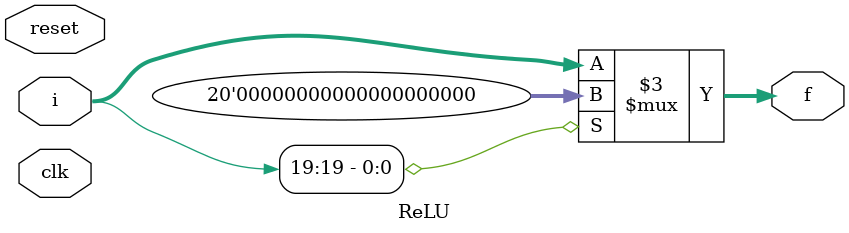
<source format=sv>
module ReLU
(
	clk,		//i
	reset,		//i
	i,		//i
	f		//o
);

parameter IL = 4, FL = 16;

input clk, reset;
input signed [IL+FL-1:0] i;
output logic signed [IL+FL-1:0] f;

always_comb begin
	f = (i[IL+FL-1] == 0) ? i : {(IL+FL){1'b0}};
end

endmodule

</source>
